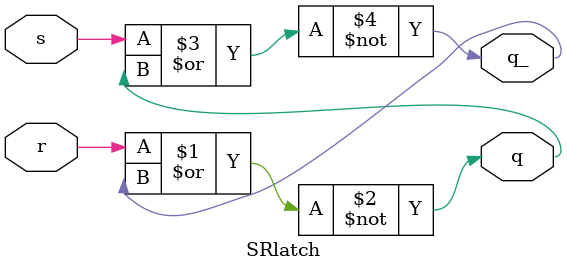
<source format=v>
`timescale 1ns / 1ps


module SRlatch(
    s,
    r,
    q,
    q_
    );
    input s,r;
    output q,q_;
    
    assign q = ~(r|q_);
    assign q_ = ~(s|q);
endmodule

</source>
